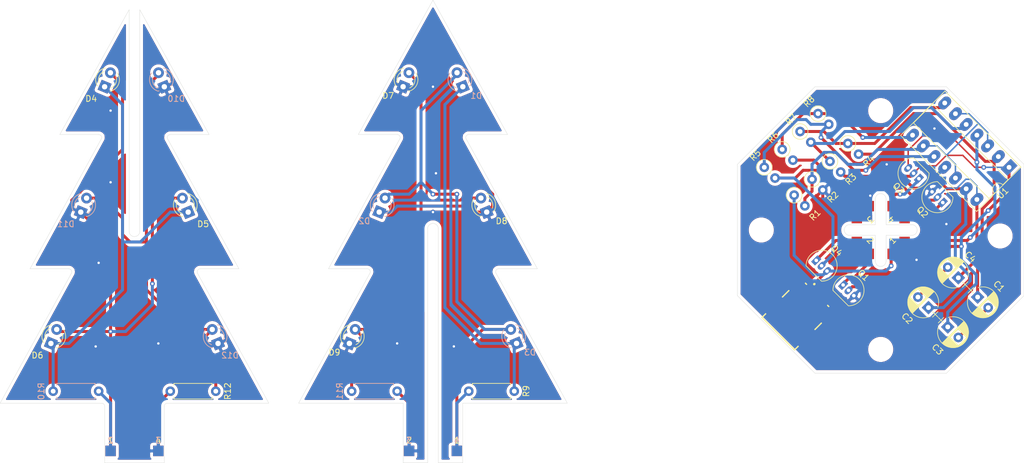
<source format=kicad_pcb>
(kicad_pcb (version 20171130) (host pcbnew "(5.1.8)-1")
  (layers (0 F.Cu signal) (31 B.Cu signal) (34 B.Paste user) (35 F.Paste user) (36 B.SilkS user) (37 F.SilkS user) (38 B.Mask user) (39 F.Mask user) (44 Edge.Cuts user))
  (net 0 "")
  (net 1 VCC)
  (net 2 GND)
  (net 3 string1gnd)
  (net 4 sring2vcc)
  (net 5 "Net-(D10-Pad2)")
  (net 6 "Net-(D4-Pad1)")
  (module pinpads:Pinpad1 (layer F.Cu) (at 96.000598 137.00328)
    (fp_text reference J13)
    (fp_text value Conn_01x01_Female)
    (pad 1 smd rect (at 0 0) (size 1.75 1.75) (layers F.Cu F.Paste F.Mask) (net 1 VCC))
  )
  (module pinpads:Pinpad1 (layer B.Cu) (at 96.000598 137.00328)
    (fp_text reference J1)
    (fp_text value Conn_01x01_Female)
    (pad 1 smd rect (at 0 0) (size 1.75 1.75) (layers B.Cu B.Paste B.Mask) (net 3 string1gnd))
  )
  (module pinpads:Pinpad1 (layer B.Cu) (at 104.000598 137.003281)
    (fp_text reference J7)
    (fp_text value Conn_01x01_Female)
    (pad 1 smd rect (at 0 0) (size 1.75 1.75) (layers B.Cu B.Paste B.Mask) (net 2 GND))
  )
  (module pinpads:Pinpad1 (layer F.Cu) (at 153.999401 136.996717)
    (fp_text reference J5)
    (fp_text value Conn_01x01_Female)
    (pad 1 smd rect (at 0 0) (size 1.75 1.75) (layers F.Cu F.Paste F.Mask))
  )
  (module Resistors_THT:R_Axial_DIN0207_L6.3mm_D2.5mm_P7.62mm_Horizontal (layer B.Cu) (at 143.9994 126.996717 180)
    (fp_text reference R11 (at 9.62 0 270) (layer B.SilkS) (effects (justify mirror)))
    (fp_text value R)
    (pad 1 thru_hole circle (at 0 0 180) (size 1.6 1.6) (drill 0.8) (layers *.Cu *.Mask))
    (pad 2 thru_hole oval (at 7.62 0 180) (size 1.6 1.6) (drill 0.8) (layers *.Cu *.Mask))
  )
  (module LEDs:LED_D3.0mm (layer B.Cu) (at 163.999402 118.996719 112.5)
    (fp_text reference D3 (at -2.249381 1.502224) (layer B.SilkS) (effects (justify mirror)))
    (fp_text value LED)
    (pad 2 thru_hole circle (at 2.54 0 112.5) (size 1.8 1.8) (drill 0.9) (layers *.Cu *.Mask))
    (pad 1 thru_hole rect (at 0 0 112.5) (size 1.8 1.8) (drill 0.9) (layers *.Cu *.Mask))
  )
  (module LEDs:LED_D3.0mm (layer B.Cu) (at 154.999401 75.996719 112.5)
    (fp_text reference D1 (at -2.249381 1.502224) (layer B.SilkS) (effects (justify mirror)))
    (fp_text value LED)
    (pad 2 thru_hole circle (at 2.54 0 112.5) (size 1.8 1.8) (drill 0.9) (layers *.Cu *.Mask))
    (pad 1 thru_hole rect (at 0 0 112.5) (size 1.8 1.8) (drill 0.9) (layers *.Cu *.Mask))
  )
  (module pinpads:Pinpad1 (layer F.Cu) (at 145.999401 136.996719)
    (fp_text reference J4)
    (fp_text value Conn_01x01_Female)
    (pad 1 smd rect (at 0 0) (size 1.75 1.75) (layers F.Cu F.Paste F.Mask))
  )
  (module LEDs:LED_D3.0mm (layer F.Cu) (at 144.999403 75.996718 67.5)
    (fp_text reference D7 (at -2.345332 -1.733866 180) (layer F.SilkS))
    (fp_text value LED)
    (pad 2 thru_hole circle (at 2.54 0 67.5) (size 1.8 1.8) (drill 0.9) (layers *.Cu *.Mask))
    (pad 1 thru_hole rect (at 0 0 67.5) (size 1.8 1.8) (drill 0.9) (layers *.Cu *.Mask))
  )
  (module LEDs:LED_D3.0mm (layer B.Cu) (at 140.999402 96.996718 67.5)
    (fp_text reference D2 (at -2.345331 -1.733865) (layer B.SilkS) (effects (justify mirror)))
    (fp_text value LED)
    (pad 2 thru_hole circle (at 2.54 0 67.5) (size 1.8 1.8) (drill 0.9) (layers *.Cu *.Mask))
    (pad 1 thru_hole rect (at 0 0 67.5) (size 1.8 1.8) (drill 0.9) (layers *.Cu *.Mask))
  )
  (module pinpads:Pinpad1 (layer B.Cu) (at 153.999401 136.996717)
    (fp_text reference J10)
    (fp_text value Conn_01x01_Female)
    (pad 1 smd rect (at 0 0) (size 1.75 1.75) (layers B.Cu B.Paste B.Mask))
  )
  (module pinpads:Pinpad1 (layer B.Cu) (at 145.999401 136.996719)
    (fp_text reference J15)
    (fp_text value Conn_01x01_Female)
    (pad 1 smd rect (at 0 0) (size 1.75 1.75) (layers B.Cu B.Paste B.Mask))
  )
  (module LEDs:LED_D3.0mm (layer F.Cu) (at 135.999403 118.996718 67.5)
    (fp_text reference D9 (at -2.345332 -1.733866 180) (layer F.SilkS))
    (fp_text value LED)
    (pad 2 thru_hole circle (at 2.54 0 67.5) (size 1.8 1.8) (drill 0.9) (layers *.Cu *.Mask))
    (pad 1 thru_hole rect (at 0 0 67.5) (size 1.8 1.8) (drill 0.9) (layers *.Cu *.Mask))
  )
  (module Resistors_THT:R_Axial_DIN0207_L6.3mm_D2.5mm_P7.62mm_Horizontal (layer F.Cu) (at 163.619402 126.996718 180)
    (fp_text reference R9 (at -2 0 270) (layer F.SilkS))
    (fp_text value R)
    (pad 1 thru_hole circle (at 0 0 180) (size 1.6 1.6) (drill 0.8) (layers *.Cu *.Mask))
    (pad 2 thru_hole oval (at 7.62 0 180) (size 1.6 1.6) (drill 0.8) (layers *.Cu *.Mask))
  )
  (module LEDs:LED_D3.0mm (layer F.Cu) (at 158.999403 96.996719 112.5)
    (fp_text reference D8 (at -2.345788 1.73497 180) (layer F.SilkS))
    (fp_text value LED)
    (pad 2 thru_hole circle (at 2.54 0 112.5) (size 1.8 1.8) (drill 0.9) (layers *.Cu *.Mask))
    (pad 1 thru_hole rect (at 0 0 112.5) (size 1.8 1.8) (drill 0.9) (layers *.Cu *.Mask))
  )
  (module Resistors_THT:R_Axial_DIN0207_L6.3mm_D2.5mm_P7.62mm_Horizontal (layer B.Cu) (at 86.380598 127.00328)
    (fp_text reference R10 (at -2 0 270) (layer B.SilkS) (effects (justify mirror)))
    (fp_text value R)
    (pad 1 thru_hole circle (at 0 0) (size 1.6 1.6) (drill 0.8) (layers *.Cu *.Mask) (net 6 "Net-(D4-Pad1)"))
    (pad 2 thru_hole oval (at 7.62 0) (size 1.6 1.6) (drill 0.8) (layers *.Cu *.Mask) (net 3 string1gnd))
  )
  (module LEDs:LED_D3.0mm (layer B.Cu) (at 114.000598 119.003282 112.5)
    (fp_text reference D12 (at -2.609865 1.083096) (layer B.SilkS) (effects (justify mirror)))
    (fp_text value LED)
    (pad 1 thru_hole rect (at 0 0 112.5) (size 1.8 1.8) (drill 0.9) (layers *.Cu *.Mask) (net 2 GND))
    (pad 2 thru_hole circle (at 2.54 0 112.5) (size 1.8 1.8) (drill 0.9) (layers *.Cu *.Mask) (net 5 "Net-(D10-Pad2)"))
  )
  (module LEDs:LED_D3.0mm (layer F.Cu) (at 109.000595 97.003282 112.5)
    (fp_text reference D5 (at -2.801208 1.545038 180) (layer F.SilkS))
    (fp_text value LED)
    (pad 1 thru_hole rect (at 0 0 112.5) (size 1.8 1.8) (drill 0.9) (layers *.Cu *.Mask) (net 6 "Net-(D4-Pad1)"))
    (pad 2 thru_hole circle (at 2.54 0 112.5) (size 1.8 1.8) (drill 0.9) (layers *.Cu *.Mask) (net 1 VCC))
  )
  (module LEDs:LED_D3.0mm (layer B.Cu) (at 91.000599 97.003282 67.5)
    (fp_text reference D11 (at -2.801665 -1.546141) (layer B.SilkS) (effects (justify mirror)))
    (fp_text value LED)
    (pad 1 thru_hole rect (at 0 0 67.5) (size 1.8 1.8) (drill 0.9) (layers *.Cu *.Mask) (net 2 GND))
    (pad 2 thru_hole circle (at 2.54 0 67.5) (size 1.8 1.8) (drill 0.9) (layers *.Cu *.Mask) (net 5 "Net-(D10-Pad2)"))
  )
  (module pinpads:Pinpad1 (layer F.Cu) (at 104.000598 137.003281)
    (fp_text reference J17)
    (fp_text value Conn_01x01_Female)
    (pad 1 smd rect (at 0 0) (size 1.75 1.75) (layers F.Cu F.Paste F.Mask) (net 4 sring2vcc))
  )
  (module LEDs:LED_D3.0mm (layer F.Cu) (at 95.000598 76.003282 67.5)
    (fp_text reference D4 (at -2.705258 -1.313394 180) (layer F.SilkS))
    (fp_text value LED)
    (pad 1 thru_hole rect (at 0 0 67.5) (size 1.8 1.8) (drill 0.9) (layers *.Cu *.Mask) (net 6 "Net-(D4-Pad1)"))
    (pad 2 thru_hole circle (at 2.54 0 67.5) (size 1.8 1.8) (drill 0.9) (layers *.Cu *.Mask) (net 1 VCC))
  )
  (module LEDs:LED_D3.0mm (layer F.Cu) (at 86.000599 119.003283 67.5)
    (fp_text reference D6 (at -2.705257 -1.313394) (layer F.SilkS))
    (fp_text value LED)
    (pad 1 thru_hole rect (at 0 0 67.5) (size 1.8 1.8) (drill 0.9) (layers *.Cu *.Mask) (net 6 "Net-(D4-Pad1)"))
    (pad 2 thru_hole circle (at 2.54 0 67.5) (size 1.8 1.8) (drill 0.9) (layers *.Cu *.Mask) (net 1 VCC))
  )
  (module LEDs:LED_D3.0mm (layer B.Cu) (at 105.000596 76.003282 112.5)
    (fp_text reference D10 (at -2.609866 1.083098) (layer B.SilkS) (effects (justify mirror)))
    (fp_text value LED)
    (pad 1 thru_hole rect (at 0 0 112.5) (size 1.8 1.8) (drill 0.9) (layers *.Cu *.Mask) (net 2 GND))
    (pad 2 thru_hole circle (at 2.54 0 112.5) (size 1.8 1.8) (drill 0.9) (layers *.Cu *.Mask) (net 5 "Net-(D10-Pad2)"))
  )
  (module Resistors_THT:R_Axial_DIN0207_L6.3mm_D2.5mm_P7.62mm_Horizontal (layer F.Cu) (at 106.000598 127.003281)
    (fp_text reference R12 (at 9.62 0 270) (layer F.SilkS))
    (fp_text value R)
    (pad 1 thru_hole circle (at 0 0) (size 1.6 1.6) (drill 0.8) (layers *.Cu *.Mask) (net 4 sring2vcc))
    (pad 2 thru_hole oval (at 7.62 0) (size 1.6 1.6) (drill 0.8) (layers *.Cu *.Mask) (net 5 "Net-(D10-Pad2)"))
  )
  (module Mounting_Holes:MountingHole_3.2mm_M3_DIN965 (layer F.Cu) (at 225 120)
    (fp_text reference H2)
    (fp_text value MountingHole)
    (pad 1 np_thru_hole circle (at 0 0) (size 3.2 3.2) (drill 3.2) (layers *.Cu *.Mask))
  )
  (module pinpads:Pinpad1 (layer F.Cu) (at 227 104)
    (fp_text reference J12)
    (fp_text value Conn_01x01_Female)
    (pad 1 smd rect (at 0 0) (size 1.75 1.75) (layers F.Cu F.Paste F.Mask))
  )
  (module Resistors_THT:R_Axial_DIN0207_L6.3mm_D2.5mm_P2.54mm_Vertical (layer F.Cu) (at 205.5 89.5 315)
    (fp_text reference R5 (at -2.474874 -0.353553 225) (layer F.SilkS))
    (fp_text value 100k)
    (pad 1 thru_hole circle (at 0 0 315) (size 1.6 1.6) (drill 0.8) (layers *.Cu *.Mask))
    (pad 2 thru_hole oval (at 2.54 0 315) (size 1.6 1.6) (drill 0.8) (layers *.Cu *.Mask))
  )
  (module pinpads:Pinpad1 (layer F.Cu) (at 229 98)
    (fp_text reference J2)
    (fp_text value Conn_01x01_Female)
    (pad 1 smd rect (at 0 0) (size 1.75 1.75) (layers F.Cu F.Paste F.Mask))
  )
  (module pinpads:Pinpad1 (layer F.Cu) (at 223 104)
    (fp_text reference J11)
    (fp_text value Conn_01x01_Female)
    (pad 1 smd rect (at 0 0) (size 1.75 1.75) (layers F.Cu F.Paste F.Mask))
  )
  (module pinpads:Pinpad1 (layer F.Cu) (at 221 102)
    (fp_text reference J16)
    (fp_text value Conn_01x01_Female)
    (pad 1 smd rect (at 0 0) (size 1.75 1.75) (layers F.Cu F.Paste F.Mask))
  )
  (module pinpads:Pinpad1 (layer F.Cu) (at 227 96)
    (fp_text reference J3)
    (fp_text value Conn_01x01_Female)
    (pad 1 smd rect (at 0 0) (size 1.75 1.75) (layers F.Cu F.Paste F.Mask))
  )
  (module pinpads:Pinpad1 (layer F.Cu) (at 223 96)
    (fp_text reference J8)
    (fp_text value Conn_01x01_Female)
    (pad 1 smd rect (at 0 0) (size 1.75 1.75) (layers F.Cu F.Paste F.Mask))
  )
  (module Capacitors_THT:CP_Radial_D5.0mm_P2.50mm (layer F.Cu) (at 232.999999 112.999999 135)
    (fp_text reference C2 (at 1.25 -3.81 135) (layer F.SilkS))
    (fp_text value 10u)
    (pad 2 thru_hole circle (at 2.5 0 135) (size 1.6 1.6) (drill 0.8) (layers *.Cu *.Mask))
    (pad 1 thru_hole rect (at 0 0 135) (size 1.6 1.6) (drill 0.8) (layers *.Cu *.Mask))
  )
  (module Capacitors_THT:CP_Radial_D5.0mm_P2.50mm (layer F.Cu) (at 238 108.000001 135)
    (fp_text reference C4 (at 1.060661 3.889088 135) (layer F.SilkS))
    (fp_text value 10u)
    (pad 2 thru_hole circle (at 2.5 0 135) (size 1.6 1.6) (drill 0.8) (layers *.Cu *.Mask))
    (pad 1 thru_hole rect (at 0 0 135) (size 1.6 1.6) (drill 0.8) (layers *.Cu *.Mask))
  )
  (module Resistors_THT:R_Axial_DIN0207_L6.3mm_D2.5mm_P2.54mm_Vertical (layer F.Cu) (at 214.5 80.5 315)
    (fp_text reference R8 (at -2.474874 -0.353553 225) (layer F.SilkS))
    (fp_text value 100k)
    (pad 1 thru_hole circle (at 0 0 315) (size 1.6 1.6) (drill 0.8) (layers *.Cu *.Mask))
    (pad 2 thru_hole oval (at 2.54 0 315) (size 1.6 1.6) (drill 0.8) (layers *.Cu *.Mask))
  )
  (module Resistors_THT:R_Axial_DIN0207_L6.3mm_D2.5mm_P2.54mm_Vertical (layer F.Cu) (at 219.5 85.5 315)
    (fp_text reference R4 (at 4.596194 -0.353553 225) (layer F.SilkS))
    (fp_text value 1M)
    (pad 1 thru_hole circle (at 0 0 315) (size 1.6 1.6) (drill 0.8) (layers *.Cu *.Mask))
    (pad 2 thru_hole oval (at 2.54 0 315) (size 1.6 1.6) (drill 0.8) (layers *.Cu *.Mask))
  )
  (module Housings_DIP:DIP-14_W7.62mm_Socket_LongPads (layer F.Cu) (at 246.5 89.5 225)
    (fp_text reference U1 (at 3.81 -2.33 45) (layer F.SilkS))
    (fp_text value LM324)
    (pad 14 thru_hole oval (at 7.62 0 225) (size 2.4 1.6) (drill 0.8) (layers *.Cu *.Mask))
    (pad 7 thru_hole oval (at 0 15.24 225) (size 2.4 1.6) (drill 0.8) (layers *.Cu *.Mask))
    (pad 13 thru_hole oval (at 7.62 2.54 225) (size 2.4 1.6) (drill 0.8) (layers *.Cu *.Mask))
    (pad 6 thru_hole oval (at 0 12.7 225) (size 2.4 1.6) (drill 0.8) (layers *.Cu *.Mask))
    (pad 12 thru_hole oval (at 7.62 5.08 225) (size 2.4 1.6) (drill 0.8) (layers *.Cu *.Mask))
    (pad 5 thru_hole oval (at 0 10.16 225) (size 2.4 1.6) (drill 0.8) (layers *.Cu *.Mask))
    (pad 11 thru_hole oval (at 7.62 7.62 225) (size 2.4 1.6) (drill 0.8) (layers *.Cu *.Mask))
    (pad 4 thru_hole oval (at 0 7.62 225) (size 2.4 1.6) (drill 0.8) (layers *.Cu *.Mask))
    (pad 10 thru_hole oval (at 7.62 10.16 225) (size 2.4 1.6) (drill 0.8) (layers *.Cu *.Mask))
    (pad 3 thru_hole oval (at 0 5.08 225) (size 2.4 1.6) (drill 0.8) (layers *.Cu *.Mask))
    (pad 9 thru_hole oval (at 7.62 12.7 225) (size 2.4 1.6) (drill 0.8) (layers *.Cu *.Mask))
    (pad 2 thru_hole oval (at 0 2.54 225) (size 2.4 1.6) (drill 0.8) (layers *.Cu *.Mask))
    (pad 8 thru_hole oval (at 7.62 15.24 225) (size 2.4 1.6) (drill 0.8) (layers *.Cu *.Mask))
    (pad 1 thru_hole rect (at 0 0 225) (size 2.4 1.6) (drill 0.8) (layers *.Cu *.Mask))
  )
  (module Resistors_THT:R_Axial_DIN0207_L6.3mm_D2.5mm_P2.54mm_Vertical (layer F.Cu) (at 208.5 86.5 315)
    (fp_text reference R6 (at -2.474874 -0.353553 225) (layer F.SilkS))
    (fp_text value 1M)
    (pad 1 thru_hole circle (at 0 0 315) (size 1.6 1.6) (drill 0.8) (layers *.Cu *.Mask))
    (pad 2 thru_hole oval (at 2.54 0 315) (size 1.6 1.6) (drill 0.8) (layers *.Cu *.Mask))
  )
  (module Resistors_THT:R_Axial_DIN0207_L6.3mm_D2.5mm_P2.54mm_Vertical (layer F.Cu) (at 211.5 83.5 315)
    (fp_text reference R7 (at -2.474874 -0.353553 225) (layer F.SilkS))
    (fp_text value 100k)
    (pad 1 thru_hole circle (at 0 0 315) (size 1.6 1.6) (drill 0.8) (layers *.Cu *.Mask))
    (pad 2 thru_hole oval (at 2.54 0 315) (size 1.6 1.6) (drill 0.8) (layers *.Cu *.Mask))
  )
  (module Resistors_THT:R_Axial_DIN0207_L6.3mm_D2.5mm_P2.54mm_Vertical (layer F.Cu) (at 216.5 88.5 315)
    (fp_text reference R3 (at 4.596194 -0.353553 225) (layer F.SilkS))
    (fp_text value 100k)
    (pad 1 thru_hole circle (at 0 0 315) (size 1.6 1.6) (drill 0.8) (layers *.Cu *.Mask))
    (pad 2 thru_hole oval (at 2.54 0 315) (size 1.6 1.6) (drill 0.8) (layers *.Cu *.Mask))
  )
  (module pinpads:Pinpad1 (layer F.Cu) (at 221 98)
    (fp_text reference J14)
    (fp_text value Conn_01x01_Female)
    (pad 1 smd rect (at 0 0) (size 1.75 1.75) (layers F.Cu F.Paste F.Mask))
  )
  (module pinpads:Pinpad1 (layer F.Cu) (at 229 102)
    (fp_text reference J6)
    (fp_text value Conn_01x01_Female)
    (pad 1 smd rect (at 0 0) (size 1.75 1.75) (layers F.Cu F.Paste F.Mask))
  )
  (module TO_SOT_Packages_THT:TO-92_Inline_Narrow_Oval (layer F.Cu) (at 214.203949 105.083949 315)
    (fp_text reference Q4 (at 1.27 -3.56 135) (layer F.SilkS))
    (fp_text value 2N3904)
    (pad 1 thru_hole rect (at 0 0 135) (size 0.9 1.5) (drill 0.6) (layers *.Cu *.Mask))
    (pad 3 thru_hole oval (at 2.54 0 135) (size 0.9 1.5) (drill 0.6) (layers *.Cu *.Mask))
    (pad 2 thru_hole oval (at 1.27 0 135) (size 0.9 1.5) (drill 0.6) (layers *.Cu *.Mask))
  )
  (module SamacSys_Parts:USB206605RBHM15STB0000A (layer F.Cu) (at 209.853375 115.353375 315)
    (fp_text reference J9)
    (fp_text value USB2066-05-RBHM-15-STB-00-00-A hide)
    (pad 1 smd rect (at -1.6 -5.6 315) (size 0.5 2.3) (layers F.Cu F.Paste F.Mask))
    (pad 2 smd rect (at -0.8 -5.6 315) (size 0.5 2.3) (layers F.Cu F.Paste F.Mask))
    (pad 3 smd rect (at 0 -5.6 315) (size 0.5 2.3) (layers F.Cu F.Paste F.Mask))
    (pad 4 smd rect (at 0.8 -5.6 315) (size 0.5 2.3) (layers F.Cu F.Paste F.Mask))
    (pad 5 smd rect (at 1.6 -5.6 315) (size 0.5 2.3) (layers F.Cu F.Paste F.Mask))
    (pad MP1 smd rect (at -4.45 -5.5 315) (size 2 2.5) (layers F.Cu F.Paste F.Mask))
    (pad MP2 smd rect (at 4.45 -5.5 315) (size 2 2.5) (layers F.Cu F.Paste F.Mask))
    (pad MP3 smd rect (at 4.45 0 315) (size 2 2.5) (layers F.Cu F.Paste F.Mask))
    (pad MP4 smd rect (at -4.45 0 315) (size 2 2.5) (layers F.Cu F.Paste F.Mask))
  )
  (module Mounting_Holes:MountingHole_3.2mm_M3_DIN965 (layer F.Cu) (at 225 80)
    (fp_text reference H3)
    (fp_text value MountingHole)
    (pad 1 np_thru_hole circle (at 0 0) (size 3.2 3.2) (drill 3.2) (layers *.Cu *.Mask))
  )
  (module TO_SOT_Packages_THT:TO-92_Inline_Narrow_Oval (layer F.Cu) (at 235.398026 95.398026 135)
    (fp_text reference Q2 (at 1.27 -3.56 135) (layer F.SilkS))
    (fp_text value 2N3906)
    (pad 1 thru_hole rect (at 0 0 315) (size 0.9 1.5) (drill 0.6) (layers *.Cu *.Mask))
    (pad 3 thru_hole oval (at 2.54 0 315) (size 0.9 1.5) (drill 0.6) (layers *.Cu *.Mask))
    (pad 2 thru_hole oval (at 1.27 0 315) (size 0.9 1.5) (drill 0.6) (layers *.Cu *.Mask))
  )
  (module TO_SOT_Packages_THT:TO-92_Inline_Narrow_Oval (layer F.Cu) (at 218.703949 109.203949 315)
    (fp_text reference Q1 (at 1.27 -3.56 135) (layer F.SilkS))
    (fp_text value 2N3906)
    (pad 1 thru_hole rect (at 0 0 135) (size 0.9 1.5) (drill 0.6) (layers *.Cu *.Mask))
    (pad 3 thru_hole oval (at 2.54 0 135) (size 0.9 1.5) (drill 0.6) (layers *.Cu *.Mask))
    (pad 2 thru_hole oval (at 1.27 0 135) (size 0.9 1.5) (drill 0.6) (layers *.Cu *.Mask))
  )
  (module Capacitors_THT:CP_Radial_D5.0mm_P2.50mm (layer F.Cu) (at 241.232233 111.232234 315)
    (fp_text reference C1 (at 1.25 -3.81 135) (layer F.SilkS))
    (fp_text value 10u)
    (pad 2 thru_hole circle (at 2.5 0 315) (size 1.6 1.6) (drill 0.8) (layers *.Cu *.Mask))
    (pad 1 thru_hole rect (at 0 0 315) (size 1.6 1.6) (drill 0.8) (layers *.Cu *.Mask))
  )
  (module Resistors_THT:R_Axial_DIN0207_L6.3mm_D2.5mm_P2.54mm_Vertical (layer F.Cu) (at 210.5 94.156854 315)
    (fp_text reference R1 (at 4.838835 -0.110913 225) (layer F.SilkS))
    (fp_text value 47k)
    (pad 1 thru_hole circle (at 0 0 315) (size 1.6 1.6) (drill 0.8) (layers *.Cu *.Mask))
    (pad 2 thru_hole oval (at 2.54 0 315) (size 1.6 1.6) (drill 0.8) (layers *.Cu *.Mask))
  )
  (module Resistors_THT:R_Axial_DIN0207_L6.3mm_D2.5mm_P2.54mm_Vertical (layer F.Cu) (at 213.5 91.5 315)
    (fp_text reference R2 (at 4.596194 -0.353553 225) (layer F.SilkS))
    (fp_text value 47k)
    (pad 1 thru_hole circle (at 0 0 315) (size 1.6 1.6) (drill 0.8) (layers *.Cu *.Mask))
    (pad 2 thru_hole oval (at 2.54 0 315) (size 1.6 1.6) (drill 0.8) (layers *.Cu *.Mask))
  )
  (module Capacitors_THT:CP_Radial_D5.0mm_P2.50mm (layer F.Cu) (at 236.232232 116.232232 315)
    (fp_text reference C3 (at 1.439341 3.889087 135) (layer F.SilkS))
    (fp_text value 10u)
    (pad 2 thru_hole circle (at 2.5 0 315) (size 1.6 1.6) (drill 0.8) (layers *.Cu *.Mask))
    (pad 1 thru_hole rect (at 0 0 315) (size 1.6 1.6) (drill 0.8) (layers *.Cu *.Mask))
  )
  (module TO_SOT_Packages_THT:TO-92_Inline_Narrow_Oval (layer F.Cu) (at 231.398026 91.398026 135)
    (fp_text reference Q3 (at 1.27 -3.56 135) (layer F.SilkS))
    (fp_text value 2N3904)
    (pad 1 thru_hole rect (at 0 0 315) (size 0.9 1.5) (drill 0.6) (layers *.Cu *.Mask))
    (pad 3 thru_hole oval (at 2.54 0 315) (size 0.9 1.5) (drill 0.6) (layers *.Cu *.Mask))
    (pad 2 thru_hole oval (at 1.27 0 315) (size 0.9 1.5) (drill 0.6) (layers *.Cu *.Mask))
  )
  (module Mounting_Holes:MountingHole_3.2mm_M3_DIN965 (layer F.Cu) (at 205 100)
    (fp_text reference H4)
    (fp_text value MountingHole)
    (pad 1 np_thru_hole circle (at 0 0) (size 3.2 3.2) (drill 3.2) (layers *.Cu *.Mask))
  )
  (module Mounting_Holes:MountingHole_3.2mm_M3_DIN965 (layer F.Cu) (at 245 101)
    (fp_text reference H1)
    (fp_text value MountingHole)
    (pad 1 np_thru_hole circle (at 0 0) (size 3.2 3.2) (drill 3.2) (layers *.Cu *.Mask))
  )
  (gr_text 2 (at 145.999402 135.246718) (layer F.SilkS) (effects (font (size 1 1))))
  (gr_line (start 172.499403 128.996718) (end 160.583376 107.274066) (layer Edge.Cuts) (width 0.05))
  (gr_line (start 144.999401 128.996719) (end 144.999404 138.996718) (layer Edge.Cuts) (width 0.05))
  (gr_arc (start 160.999402 106.996718) (end 160.999401 106.496719) (angle -123.6900675) (layer Edge.Cuts) (width 0.05))
  (gr_line (start 149.999402 61.496719) (end 137.499402 83.996719) (layer Edge.Cuts) (width 0.05))
  (gr_line (start 160.999401 106.496719) (end 167.499402 106.496719) (layer Edge.Cuts) (width 0.05))
  (gr_line (start 167.499402 106.496719) (end 155.58338 84.774068) (layer Edge.Cuts) (width 0.05))
  (gr_line (start 144.446616 84.720323) (end 132.499401 106.496719) (layer Edge.Cuts) (width 0.05))
  (gr_line (start 155.999403 83.996716) (end 162.499401 83.996719) (layer Edge.Cuts) (width 0.05))
  (gr_arc (start 155.999403 84.496717) (end 155.999403 83.996716) (angle -123.6900675) (layer Edge.Cuts) (width 0.05))
  (gr_line (start 149.099401 99.796717) (end 149.099402 138.996718) (layer Edge.Cuts) (width 0.05))
  (gr_line (start 154.999404 128.996722) (end 172.499403 128.996718) (layer Edge.Cuts) (width 0.05))
  (gr_line (start 162.499401 83.996719) (end 149.999402 61.496719) (layer Edge.Cuts) (width 0.05))
  (gr_line (start 150.899403 138.996718) (end 154.999403 138.99672) (layer Edge.Cuts) (width 0.05))
  (gr_arc (start 143.999401 84.496717) (end 144.446616 84.720323) (angle -116.5650512) (layer Edge.Cuts) (width 0.05))
  (gr_line (start 139.446616 107.220325) (end 127.499403 128.996719) (layer Edge.Cuts) (width 0.05))
  (gr_line (start 127.499403 128.996719) (end 144.999401 128.996719) (layer Edge.Cuts) (width 0.05))
  (gr_arc (start 149.999401 99.796717) (end 150.899399 99.796717) (angle -180) (layer Edge.Cuts) (width 0.05))
  (gr_line (start 132.499401 106.496719) (end 138.999403 106.496717) (layer Edge.Cuts) (width 0.05))
  (gr_line (start 154.999403 138.99672) (end 154.999404 128.996722) (layer Edge.Cuts) (width 0.05))
  (gr_line (start 150.899399 99.796717) (end 150.899403 138.996718) (layer Edge.Cuts) (width 0.05))
  (gr_arc (start 138.999402 106.996719) (end 139.446616 107.220325) (angle -116.5650512) (layer Edge.Cuts) (width 0.05))
  (gr_line (start 144.999404 138.996718) (end 149.099402 138.996718) (layer Edge.Cuts) (width 0.05))
  (gr_line (start 137.499402 83.996719) (end 143.999401 83.996719) (layer Edge.Cuts) (width 0.05))
  (gr_text 4 (at 153.999403 135.246719) (layer B.SilkS) (effects (font (size 1 1)) (justify mirror)))
  (gr_line (start 105.500599 129.003283) (end 122.500598 129.003281) (layer Edge.Cuts) (width 0.05))
  (gr_line (start 122.500598 129.003281) (end 110.584573 107.280631) (layer Edge.Cuts) (width 0.05))
  (gr_line (start 99.100597 100.203282) (end 99.100598 63.103283) (layer Edge.Cuts) (width 0.05))
  (gr_line (start 77.500599 129.003282) (end 94.500598 129.003282) (layer Edge.Cuts) (width 0.05))
  (gr_line (start 87.500598 84.003282) (end 94.000598 84.003282) (layer Edge.Cuts) (width 0.05))
  (gr_arc (start 94.000597 84.50328) (end 94.447811 84.726888) (angle -116.5650512) (layer Edge.Cuts) (width 0.05))
  (gr_line (start 94.447811 84.726888) (end 82.500599 106.503281) (layer Edge.Cuts) (width 0.05))
  (gr_line (start 100.900599 100.203285) (end 100.900598 63.103282) (layer Edge.Cuts) (width 0.05))
  (gr_arc (start 89.000597 107.003281) (end 89.447814 107.226885) (angle -116.5650512) (layer Edge.Cuts) (width 0.05))
  (gr_line (start 95.000597 139.003282) (end 105.000599 139.00328) (layer Edge.Cuts) (width 0.05))
  (gr_arc (start 94.500598 129.503282) (end 95.000596 129.50328) (angle -90) (layer Edge.Cuts) (width 0.05))
  (gr_line (start 111.0006 106.503282) (end 117.500597 106.503283) (layer Edge.Cuts) (width 0.05))
  (gr_arc (start 106.000597 84.503282) (end 106.000598 84.003281) (angle -123.6900675) (layer Edge.Cuts) (width 0.05))
  (gr_arc (start 100.000597 100.20328) (end 99.100597 100.203282) (angle -180) (layer Edge.Cuts) (width 0.05))
  (gr_arc (start 111.000597 107.003281) (end 111.0006 106.503282) (angle -123.6900675) (layer Edge.Cuts) (width 0.05))
  (gr_line (start 105.000599 139.00328) (end 105.000598 129.503282) (layer Edge.Cuts) (width 0.05))
  (gr_line (start 89.447814 107.226885) (end 77.500599 129.003282) (layer Edge.Cuts) (width 0.05))
  (gr_line (start 95.000596 129.50328) (end 95.000597 139.003282) (layer Edge.Cuts) (width 0.05))
  (gr_line (start 106.000598 84.003281) (end 112.5006 84.003281) (layer Edge.Cuts) (width 0.05))
  (gr_line (start 82.500599 106.503281) (end 89.000598 106.503282) (layer Edge.Cuts) (width 0.05))
  (gr_line (start 99.100598 63.103283) (end 87.500598 84.003282) (layer Edge.Cuts) (width 0.05))
  (gr_line (start 112.5006 84.003281) (end 100.900598 63.103282) (layer Edge.Cuts) (width 0.05))
  (gr_line (start 117.500597 106.503283) (end 105.584572 84.780633) (layer Edge.Cuts) (width 0.05))
  (gr_arc (start 105.500598 129.50328) (end 105.500599 129.003283) (angle -90) (layer Edge.Cuts) (width 0.05))
  (gr_text 3 (at 104.000598 135.253281) (layer B.SilkS) (effects (font (size 1 1)) (justify mirror)))
  (gr_text 2 (at 96.000599 135.253281) (layer B.SilkS) (effects (font (size 1 1)) (justify mirror)))
  (gr_text 1 (at 96.000599 135.253281) (layer F.SilkS) (effects (font (size 1 1))))
  (gr_text 4 (at 104.000598 135.253281) (layer F.SilkS) (effects (font (size 1 1))))
  (gr_text 3 (at 145.999402 135.246718) (layer B.SilkS) (effects (font (size 1 1)) (justify mirror)))
  (gr_text 1 (at 153.999403 135.246719) (layer F.SilkS) (effects (font (size 1 1))))
  (gr_line (start 225.9 99.1) (end 230.2 99.1) (layer Edge.Cuts) (width 0.05))
  (gr_line (start 230.2 100.9) (end 225.9 100.9) (layer Edge.Cuts) (width 0.05))
  (gr_arc (start 225 105.200001) (end 224.1 105.200001) (angle -180) (layer Edge.Cuts) (width 0.05))
  (gr_line (start 225 76) (end 236 76) (layer Edge.Cuts) (width 0.05))
  (gr_line (start 201 111) (end 201 89) (layer Edge.Cuts) (width 0.05))
  (gr_line (start 214 76) (end 225 76) (layer Edge.Cuts) (width 0.05))
  (gr_line (start 224.1 105.2) (end 224.1 100.9) (layer Edge.Cuts) (width 0.05))
  (gr_line (start 219.8 99.1) (end 224.1 99.1) (layer Edge.Cuts) (width 0.05))
  (gr_line (start 225.9 94.8) (end 225.9 99.1) (layer Edge.Cuts) (width 0.05))
  (gr_arc (start 219.799999 100) (end 219.799999 99.1) (angle -180) (layer Edge.Cuts) (width 0.05))
  (gr_line (start 236 76) (end 249 89) (layer Edge.Cuts) (width 0.05))
  (gr_line (start 224.1 99.1) (end 224.1 94.8) (layer Edge.Cuts) (width 0.05))
  (gr_line (start 201 89) (end 214 76) (layer Edge.Cuts) (width 0.05))
  (gr_line (start 236 124) (end 214 124) (layer Edge.Cuts) (width 0.05))
  (gr_line (start 225.9 100.9) (end 225.9 105.2) (layer Edge.Cuts) (width 0.05))
  (gr_line (start 249 111) (end 236 124) (layer Edge.Cuts) (width 0.05))
  (gr_arc (start 230.200001 100) (end 230.200001 100.9) (angle -180) (layer Edge.Cuts) (width 0.05))
  (gr_line (start 214 124) (end 201 111) (layer Edge.Cuts) (width 0.05))
  (gr_line (start 249 89) (end 249 111) (layer Edge.Cuts) (width 0.05))
  (gr_arc (start 225 94.8) (end 225.9 94.8) (angle -180) (layer Edge.Cuts) (width 0.05))
  (gr_line (start 224.1 100.9) (end 219.8 100.9) (layer Edge.Cuts) (width 0.05))
  (gr_text 1 (at 227 101.75 45) (layer F.SilkS) (effects (font (size 1 1))))
  (gr_text 3 (at 223.25 98.25 225) (layer F.SilkS) (effects (font (size 1 1))))
  (gr_text 4 (at 226.75 98.25 135) (layer F.SilkS) (effects (font (size 1 1))))
  (gr_text 2 (at 223.25 101.75 315) (layer F.SilkS) (effects (font (size 1 1))))
  (segment (start 236 93) (end 237.75 93) (width 0.25) (layer B.Cu) (net 0))
  (segment (start 229.601975 86.648025) (end 232 84.25) (width 0.25) (layer F.Cu) (net 0))
  (segment (start 235.398026 95.398026) (end 235.351974 95.398026) (width 0.5) (layer F.Cu) (net 0))
  (segment (start 243.907898 88.5) (end 244.703949 87.703949) (width 0.5) (layer F.Cu) (net 0))
  (segment (start 214.5 90) (end 217.5 93) (width 0.5) (layer F.Cu) (net 0))
  (segment (start 231 95) (end 234 95) (width 0.5) (layer F.Cu) (net 0))
  (segment (start 222 89) (end 224.5 86.5) (width 0.5) (layer B.Cu) (net 0))
  (segment (start 210.5 104.25) (end 213.75 107.5) (width 0.5) (layer B.Cu) (net 0))
  (segment (start 234.25 89.25) (end 231.75 89.25) (width 0.25) (layer F.Cu) (net 0))
  (segment (start 230 91) (end 230.5 90.5) (width 0.5) (layer F.Cu) (net 0))
  (segment (start 217 104.08395) (end 215.101975 105.981975) (width 0.5) (layer B.Cu) (net 0))
  (segment (start 228.25 94) (end 227.5 94) (width 0.5) (layer F.Cu) (net 0))
  (segment (start 238 108.000001) (end 238 108) (width 0.5) (layer F.Cu) (net 0))
  (segment (start 217.5 93) (end 229 93) (width 0.5) (layer F.Cu) (net 0))
  (segment (start 207.296051 91.296051) (end 210.703949 91.296051) (width 0.5) (layer F.Cu) (net 0))
  (segment (start 237.75 93) (end 239.25 91.5) (width 0.25) (layer B.Cu) (net 0))
  (segment (start 229 93) (end 231 95) (width 0.5) (layer F.Cu) (net 0))
  (segment (start 234 95) (end 234.5 94.5) (width 0.5) (layer F.Cu) (net 0))
  (segment (start 240 101.25) (end 244.125 97.125) (width 0.5) (layer B.Cu) (net 0))
  (segment (start 241.232233 111.232234) (end 241.232233 106.267767) (width 0.5) (layer F.Cu) (net 0))
  (segment (start 213.75 107.5) (end 215.38 107.5) (width 0.5) (layer B.Cu) (net 0))
  (segment (start 219.648025 110.101975) (end 220.25 109.5) (width 0.5) (layer F.Cu) (net 0))
  (segment (start 217 97.75) (end 217 104.08395) (width 0.5) (layer B.Cu) (net 0))
  (segment (start 210.703949 91.296051) (end 212 90) (width 0.5) (layer F.Cu) (net 0))
  (segment (start 240 91.5) (end 241.111846 92.611846) (width 0.25) (layer B.Cu) (net 0))
  (segment (start 207.296051 91.296051) (end 210.546051 91.296051) (width 0.5) (layer B.Cu) (net 0))
  (segment (start 215.38 107.5) (end 216 106.88) (width 0.5) (layer B.Cu) (net 0))
  (segment (start 226.75 104) (end 226.75 102.5) (width 0.5) (layer F.Cu) (net 0))
  (segment (start 241.111846 104.888154) (end 241.111846 94.888154) (width 0.5) (layer F.Cu) (net 0))
  (segment (start 212 90) (end 214.5 90) (width 0.5) (layer F.Cu) (net 0))
  (segment (start 239.25 91.5) (end 240 91.5) (width 0.25) (layer B.Cu) (net 0))
  (segment (start 223.25 105.25) (end 223.25 104) (width 0.5) (layer F.Cu) (net 0))
  (segment (start 238 108) (end 241.111846 104.888154) (width 0.5) (layer F.Cu) (net 0))
  (segment (start 242 96.5) (end 244 94.5) (width 0.5) (layer F.Cu) (net 0))
  (segment (start 241.111846 92.611846) (end 241.111846 94.888154) (width 0.25) (layer B.Cu) (net 0))
  (segment (start 241.111846 89.861846) (end 244.125 92.875) (width 0.5) (layer B.Cu) (net 0))
  (segment (start 234.5 80.5) (end 242.5 88.5) (width 0.5) (layer F.Cu) (net 0))
  (segment (start 229.601975 89.601975) (end 229.601975 86.648025) (width 0.25) (layer F.Cu) (net 0))
  (segment (start 215.5 83.5) (end 217.5 85.5) (width 0.5) (layer F.Cu) (net 0))
  (segment (start 232 84.25) (end 236.723692 84.25) (width 0.25) (layer F.Cu) (net 0))
  (segment (start 218.703949 109.046051) (end 219.75 108) (width 0.5) (layer F.Cu) (net 0))
  (segment (start 236 87.5) (end 234.25 89.25) (width 0.25) (layer F.Cu) (net 0))
  (segment (start 210.546051 91.296051) (end 217 97.75) (width 0.5) (layer B.Cu) (net 0))
  (segment (start 210.5 94.156854) (end 210.5 104.25) (width 0.5) (layer B.Cu) (net 0))
  (segment (start 243 96.75) (end 246.5 93.25) (width 0.5) (layer F.Cu) (net 0))
  (segment (start 214.975052 112.524948) (end 216.5 111) (width 0.5) (layer F.Cu) (net 0))
  (segment (start 219 91) (end 230 91) (width 0.5) (layer F.Cu) (net 0))
  (segment (start 214.944544 112.524948) (end 214.975052 112.524948) (width 0.5) (layer F.Cu) (net 0))
  (segment (start 225.75 93.25) (end 224.25 93.25) (width 0.5) (layer B.Cu) (net 0))
  (segment (start 222 84.5) (end 218 80.5) (width 0.5) (layer F.Cu) (net 0))
  (segment (start 220.25 109.5) (end 230 109.5) (width 0.5) (layer F.Cu) (net 0))
  (segment (start 226.75 102.5) (end 227.5 101.75) (width 0.5) (layer F.Cu) (net 0))
  (segment (start 234.5 94.5) (end 236 93) (width 0.25) (layer B.Cu) (net 0))
  (segment (start 218 98.25) (end 221 98.25) (width 0.5) (layer F.Cu) (net 0))
  (segment (start 243 96.75) (end 238.5 101.25) (width 0.5) (layer B.Cu) (net 0))
  (segment (start 221 98.25) (end 222.5 98.25) (width 0.5) (layer F.Cu) (net 0))
  (segment (start 226.75 106) (end 226.75 104) (width 0.5) (layer F.Cu) (net 0))
  (segment (start 241.111846 84.111846) (end 241.111846 88.638154) (width 0.5) (layer B.Cu) (net 0))
  (segment (start 208 109.5) (end 208 108.25) (width 0.5) (layer F.Cu) (net 0))
  (segment (start 215.296051 95.546051) (end 218 98.25) (width 0.5) (layer F.Cu) (net 0))
  (segment (start 244.125 92.875) (end 244.125 97.125) (width 0.5) (layer B.Cu) (net 0))
  (segment (start 230 109.5) (end 236.75 102.75) (width 0.5) (layer F.Cu) (net 0))
  (segment (start 238.5 105) (end 241 107.5) (width 0.5) (layer B.Cu) (net 0))
  (segment (start 242.25 89.5) (end 246.5 89.5) (width 0.25) (layer B.Cu) (net 0))
  (segment (start 218.296051 90.296051) (end 219 91) (width 0.5) (layer F.Cu) (net 0))
  (segment (start 241 107.5) (end 241 109) (width 0.5) (layer B.Cu) (net 0))
  (segment (start 240.75 89.5) (end 238.75 87.5) (width 0.25) (layer F.Cu) (net 0))
  (segment (start 242.25 89.5) (end 240.75 89.5) (width 0.25) (layer F.Cu) (net 0))
  (segment (start 216 106.88) (end 225.87 106.88) (width 0.5) (layer B.Cu) (net 0))
  (segment (start 215.296051 93.296051) (end 215.296051 95.546051) (width 0.5) (layer F.Cu) (net 0))
  (segment (start 236.75 102.75) (end 238.5 102.75) (width 0.5) (layer F.Cu) (net 0))
  (segment (start 236.723692 84.25) (end 241.111846 88.638154) (width 0.25) (layer F.Cu) (net 0))
  (segment (start 241 109) (end 236.232232 113.767768) (width 0.5) (layer B.Cu) (net 0))
  (segment (start 246.5 93.25) (end 246.5 89.5) (width 0.5) (layer F.Cu) (net 0))
  (segment (start 225.87 106.88) (end 226.75 106) (width 0.5) (layer B.Cu) (net 0))
  (segment (start 231.75 89.25) (end 230.5 90.5) (width 0.25) (layer F.Cu) (net 0))
  (segment (start 238.5 101.25) (end 238.5 102.75) (width 0.5) (layer B.Cu) (net 0))
  (segment (start 241.111846 88.638154) (end 241.111846 89.861846) (width 0.5) (layer B.Cu) (net 0))
  (segment (start 238.75 87.5) (end 236 87.5) (width 0.25) (layer F.Cu) (net 0))
  (segment (start 219.601975 110.101975) (end 219.648025 110.101975) (width 0.5) (layer F.Cu) (net 0))
  (segment (start 219.5 112) (end 220.5 111) (width 0.5) (layer F.Cu) (net 0))
  (segment (start 229.947385 84.5) (end 222 84.5) (width 0.5) (layer B.Cu) (net 0))
  (segment (start 223.25 97.5) (end 223.25 96) (width 0.5) (layer F.Cu) (net 0))
  (segment (start 212.681802 110.262206) (end 212.681802 110.198198) (width 0.5) (layer F.Cu) (net 0))
  (segment (start 239.5 101.75) (end 240 101.25) (width 0.5) (layer F.Cu) (net 0))
  (segment (start 238.5 102.75) (end 238.5 105) (width 0.5) (layer B.Cu) (net 0))
  (segment (start 214.944544 112.524948) (end 214.944544 112.555456) (width 0.5) (layer F.Cu) (net 0))
  (segment (start 229 101.75) (end 239.5 101.75) (width 0.5) (layer F.Cu) (net 0))
  (segment (start 212.681802 110.198198) (end 216 106.88) (width 0.5) (layer F.Cu) (net 0))
  (segment (start 227.5 101.75) (end 229 101.75) (width 0.5) (layer F.Cu) (net 0))
  (segment (start 215 84.5) (end 215 83.592102) (width 0.5) (layer B.Cu) (net 0))
  (segment (start 213.296051 82.296051) (end 216.296051 82.296051) (width 0.5) (layer B.Cu) (net 0))
  (segment (start 224.796051 87.703949) (end 233.927641 87.703949) (width 0.5) (layer B.Cu) (net 0))
  (segment (start 212.5 81.5) (end 213.296051 82.296051) (width 0.5) (layer B.Cu) (net 0))
  (segment (start 220.5 90) (end 215 84.5) (width 0.5) (layer F.Cu) (net 0))
  (segment (start 222.5 90) (end 220.5 90) (width 0.5) (layer F.Cu) (net 0))
  (segment (start 215 83.592102) (end 216.296051 82.296051) (width 0.5) (layer B.Cu) (net 0))
  (segment (start 205.5 89.5) (end 205.5 87) (width 0.5) (layer B.Cu) (net 0))
  (segment (start 205.5 87) (end 211 81.5) (width 0.5) (layer B.Cu) (net 0))
  (segment (start 211 81.5) (end 212.5 81.5) (width 0.5) (layer B.Cu) (net 0))
  (via (at 215 84.5) (size 0.8) (drill 0.4) (layers F.Cu B.Cu) (net 0))
  (via (at 228.25 94) (size 0.8) (drill 0.4) (layers F.Cu B.Cu) (net 0))
  (via (at 223.25 94.25) (size 0.8) (drill 0.4) (layers F.Cu B.Cu) (net 0))
  (via (at 226.75 106) (size 0.8) (drill 0.4) (layers F.Cu B.Cu) (net 0))
  (via (at 241.111846 88.638154) (size 0.8) (drill 0.4) (layers F.Cu B.Cu) (net 0))
  (via (at 243 96.75) (size 0.8) (drill 0.4) (layers F.Cu B.Cu) (net 0))
  (via (at 231 105) (size 0.8) (drill 0.4) (layers F.Cu B.Cu) (net 0))
  (via (at 234 83) (size 0.8) (drill 0.4) (layers F.Cu B.Cu) (net 0))
  (via (at 222.5 90) (size 0.8) (drill 0.4) (layers F.Cu B.Cu) (net 0))
  (segment (start 235 92) (end 236.092102 93.092102) (width 0.5) (layer F.Cu) (net 0))
  (segment (start 218.5 112) (end 219.5 112) (width 0.5) (layer F.Cu) (net 0))
  (segment (start 212.25 113.75) (end 208 109.5) (width 0.5) (layer F.Cu) (net 0))
  (segment (start 239.769744 80.519744) (end 241.375 82.125) (width 0.25) (layer B.Cu) (net 0))
  (segment (start 242.5 88.5) (end 243.907898 88.5) (width 0.5) (layer F.Cu) (net 0))
  (segment (start 232.25 93) (end 230.25 95) (width 0.5) (layer B.Cu) (net 0))
  (segment (start 221.296051 87.296051) (end 223.703949 87.296051) (width 0.5) (layer F.Cu) (net 0))
  (segment (start 236 87.5) (end 241.375 82.125) (width 0.25) (layer B.Cu) (net 0))
  (segment (start 233.601975 93.601975) (end 233 93) (width 0.5) (layer B.Cu) (net 0))
  (segment (start 233 93) (end 232.25 93) (width 0.5) (layer B.Cu) (net 0))
  (segment (start 239.315795 93.092102) (end 239.25 93.157897) (width 0.5) (layer B.Cu) (net 0))
  (segment (start 213.796051 88.296051) (end 217.5 92) (width 0.5) (layer F.Cu) (net 0))
  (segment (start 222.5 98.25) (end 223.25 97.5) (width 0.5) (layer F.Cu) (net 0))
  (segment (start 240 108.5) (end 235.500001 112.999999) (width 0.5) (layer B.Cu) (net 0))
  (segment (start 241.375 82.125) (end 242.907898 83.657898) (width 0.25) (layer B.Cu) (net 0))
  (segment (start 223.25 94.25) (end 223.25 96) (width 0.5) (layer F.Cu) (net 0))
  (segment (start 233 92) (end 235 92) (width 0.5) (layer F.Cu) (net 0))
  (segment (start 224.25 93.25) (end 223.25 94.25) (width 0.5) (layer B.Cu) (net 0))
  (segment (start 237.5 105.25) (end 240 107.75) (width 0.5) (layer B.Cu) (net 0))
  (segment (start 208 108.25) (end 218 98.25) (width 0.5) (layer F.Cu) (net 0))
  (segment (start 240 107.75) (end 240 108.5) (width 0.5) (layer B.Cu) (net 0))
  (segment (start 216.5 111) (end 217.5 111) (width 0.5) (layer F.Cu) (net 0))
  (segment (start 241.232233 106.267767) (end 242 105.5) (width 0.5) (layer F.Cu) (net 0))
  (segment (start 229.5 92) (end 230.5 93) (width 0.5) (layer F.Cu) (net 0))
  (segment (start 213.75 113.75) (end 212.25 113.75) (width 0.5) (layer F.Cu) (net 0))
  (segment (start 234.407898 85.907898) (end 236 87.5) (width 0.25) (layer B.Cu) (net 0))
  (segment (start 233 92.25) (end 233 93) (width 0.5) (layer B.Cu) (net 0))
  (segment (start 235.723693 89.5) (end 235.723693 89.526307) (width 0.5) (layer B.Cu) (net 0))
  (segment (start 235.723693 89.526307) (end 233 92.25) (width 0.5) (layer B.Cu) (net 0))
  (segment (start 217.5 111) (end 218.5 112) (width 0.5) (layer F.Cu) (net 0))
  (segment (start 213.5 91.5) (end 213.5 89) (width 0.5) (layer B.Cu) (net 0))
  (segment (start 230.25 95) (end 227.5 95) (width 0.5) (layer B.Cu) (net 0))
  (segment (start 237.5 100.75) (end 237.5 105.25) (width 0.5) (layer B.Cu) (net 0))
  (segment (start 244 88.407898) (end 244.703949 87.703949) (width 0.5) (layer F.Cu) (net 0))
  (segment (start 232.13159 85.907898) (end 234.407898 85.907898) (width 0.25) (layer B.Cu) (net 0))
  (segment (start 214.944544 112.555456) (end 213.75 113.75) (width 0.5) (layer F.Cu) (net 0))
  (segment (start 236 87.5) (end 237.519744 89.019744) (width 0.25) (layer B.Cu) (net 0))
  (segment (start 237.519744 80.519744) (end 239.769744 80.519744) (width 0.25) (layer B.Cu) (net 0))
  (segment (start 237.519744 89.019744) (end 237.519744 91.296051) (width 0.25) (layer B.Cu) (net 0))
  (segment (start 227.5 95) (end 225.75 93.25) (width 0.5) (layer B.Cu) (net 0))
  (via (at 242.25 89.5) (size 0.8) (drill 0.4) (layers F.Cu B.Cu) (net 0))
  (via (at 226 89) (size 0.8) (drill 0.4) (layers F.Cu B.Cu) (net 0))
  (via (at 236 99) (size 0.8) (drill 0.4) (layers F.Cu B.Cu) (net 0))
  (via (at 238.5 102.75) (size 0.8) (drill 0.4) (layers F.Cu B.Cu) (net 0))
  (via (at 240 101.25) (size 0.8) (drill 0.4) (layers F.Cu B.Cu) (net 0))
  (segment (start 219 83.5) (end 226.5 83.5) (width 0.5) (layer B.Cu) (net 0))
  (segment (start 233.5 79.5) (end 237 83) (width 0.5) (layer B.Cu) (net 0))
  (segment (start 224 85.5) (end 230 79.5) (width 0.5) (layer F.Cu) (net 0))
  (segment (start 222.5 90) (end 224.796051 87.703949) (width 0.5) (layer B.Cu) (net 0))
  (segment (start 217 85.5) (end 219 83.5) (width 0.5) (layer B.Cu) (net 0))
  (segment (start 237 83) (end 238.63159 83) (width 0.5) (layer B.Cu) (net 0))
  (segment (start 213.296051 85.296051) (end 216.5 88.5) (width 0.5) (layer F.Cu) (net 0))
  (segment (start 208.5 84) (end 208.5 86.5) (width 0.5) (layer F.Cu) (net 0))
  (segment (start 213.296051 85.296051) (end 213.5 85.5) (width 0.5) (layer B.Cu) (net 0))
  (segment (start 238.63159 83) (end 239.315795 82.315795) (width 0.5) (layer B.Cu) (net 0))
  (segment (start 213.5 85.5) (end 217 85.5) (width 0.5) (layer B.Cu) (net 0))
  (segment (start 212 80.5) (end 208.5 84) (width 0.5) (layer F.Cu) (net 0))
  (segment (start 214.5 80.5) (end 212 80.5) (width 0.5) (layer F.Cu) (net 0))
  (segment (start 226.5 83.5) (end 230.5 79.5) (width 0.5) (layer B.Cu) (net 0))
  (segment (start 242.907898 83.657898) (end 242.907898 85.907898) (width 0.25) (layer B.Cu) (net 0))
  (segment (start 230.335539 84.111846) (end 229.947385 84.5) (width 0.5) (layer B.Cu) (net 0))
  (segment (start 234.947386 79.5) (end 235.723693 78.723693) (width 0.5) (layer F.Cu) (net 0))
  (segment (start 230.5 79.5) (end 233.5 79.5) (width 0.5) (layer B.Cu) (net 0))
  (segment (start 218 80.5) (end 214.5 80.5) (width 0.5) (layer F.Cu) (net 0))
  (segment (start 219.5 85.5) (end 224 85.5) (width 0.5) (layer F.Cu) (net 0))
  (segment (start 220.5 108) (end 223.25 105.25) (width 0.5) (layer F.Cu) (net 0))
  (segment (start 212.296051 95.952905) (end 212.296051 94.703949) (width 0.5) (layer F.Cu) (net 0))
  (segment (start 231.539488 86.5) (end 232.13159 85.907898) (width 0.5) (layer B.Cu) (net 0))
  (segment (start 213.5 93.5) (end 213.5 91.5) (width 0.5) (layer F.Cu) (net 0))
  (segment (start 226.75 94.75) (end 226.75 96) (width 0.5) (layer F.Cu) (net 0))
  (segment (start 227.5 94) (end 226.75 94.75) (width 0.5) (layer F.Cu) (net 0))
  (segment (start 232.5 98.25) (end 229 98.25) (width 0.5) (layer F.Cu) (net 0))
  (segment (start 217.5 101.75) (end 221 101.75) (width 0.5) (layer F.Cu) (net 0))
  (segment (start 219.5 89) (end 222 89) (width 0.5) (layer B.Cu) (net 0))
  (segment (start 214.203949 105.046051) (end 217.5 101.75) (width 0.5) (layer F.Cu) (net 0))
  (segment (start 214.203949 105.083949) (end 214.203949 105.046051) (width 0.5) (layer F.Cu) (net 0))
  (segment (start 219.75 108) (end 220.5 108) (width 0.5) (layer F.Cu) (net 0))
  (segment (start 229 94) (end 231.398026 91.601974) (width 0.5) (layer B.Cu) (net 0))
  (segment (start 235.351974 95.398026) (end 232.5 98.25) (width 0.5) (layer F.Cu) (net 0))
  (segment (start 217.5 85.5) (end 219.5 85.5) (width 0.5) (layer F.Cu) (net 0))
  (segment (start 211.5 83.5) (end 215.5 83.5) (width 0.5) (layer F.Cu) (net 0))
  (segment (start 213.5 89) (end 215.5 87) (width 0.5) (layer B.Cu) (net 0))
  (segment (start 228.25 94) (end 229 94) (width 0.5) (layer B.Cu) (net 0))
  (segment (start 231.398026 91.601974) (end 231.398026 91.398026) (width 0.5) (layer B.Cu) (net 0))
  (segment (start 212.296051 94.703949) (end 213.5 93.5) (width 0.5) (layer F.Cu) (net 0))
  (segment (start 217.5 87) (end 219.5 89) (width 0.5) (layer B.Cu) (net 0))
  (segment (start 215.5 87) (end 217.5 87) (width 0.5) (layer B.Cu) (net 0))
  (segment (start 218.703949 109.203949) (end 218.703949 109.046051) (width 0.5) (layer F.Cu) (net 0))
  (segment (start 224.5 86.5) (end 231.539488 86.5) (width 0.5) (layer B.Cu) (net 0))
  (segment (start 230 79.5) (end 234.947386 79.5) (width 0.5) (layer F.Cu) (net 0))
  (segment (start 217.5 92) (end 229.5 92) (width 0.5) (layer F.Cu) (net 0))
  (segment (start 231.232233 111.232232) (end 236.232234 106.232232) (width 0.5) (layer F.Cu) (net 0))
  (segment (start 236.092102 93.092102) (end 239.315795 93.092102) (width 0.5) (layer F.Cu) (net 0))
  (segment (start 230.5 80.5) (end 234.5 80.5) (width 0.5) (layer F.Cu) (net 0))
  (segment (start 230.5 93) (end 232 93) (width 0.5) (layer F.Cu) (net 0))
  (segment (start 242 105.5) (end 242 96.5) (width 0.5) (layer F.Cu) (net 0))
  (segment (start 232 93) (end 233 92) (width 0.5) (layer F.Cu) (net 0))
  (segment (start 223.703949 87.296051) (end 230.5 80.5) (width 0.5) (layer F.Cu) (net 0))
  (segment (start 236.232232 113.767768) (end 236.232232 116.232232) (width 0.5) (layer B.Cu) (net 0))
  (segment (start 239.25 93.157897) (end 239.25 99) (width 0.5) (layer B.Cu) (net 0))
  (segment (start 235.500001 112.999999) (end 232.999999 112.999999) (width 0.5) (layer B.Cu) (net 0))
  (segment (start 210.296051 88.296051) (end 213.796051 88.296051) (width 0.5) (layer F.Cu) (net 0))
  (segment (start 244 94.5) (end 244 88.407898) (width 0.5) (layer F.Cu) (net 0))
  (segment (start 239.25 99) (end 237.5 100.75) (width 0.5) (layer B.Cu) (net 0))
  (segment (start 243.000001 113.000002) (end 238.000001 117.999999) (width 0.5) (layer F.Cu) (net 0))
  (via (at 222 84.5) (size 0.8) (drill 0.4) (layers F.Cu B.Cu) (net 0))
  (segment (start 145.9994 128.996719) (end 143.9994 126.996717) (width 0.5) (layer F.Cu) (net 0))
  (segment (start 151.999401 112.99672) (end 151.999403 96.99672) (width 0.5) (layer B.Cu) (net 0))
  (segment (start 153.999401 93.996719) (end 149.999399 93.996719) (width 0.5) (layer F.Cu) (net 0))
  (segment (start 136.379401 122.616719) (end 137.999402 120.996718) (width 0.5) (layer F.Cu) (net 0))
  (segment (start 158.652749 116.650064) (end 153.999404 111.996718) (width 0.5) (layer B.Cu) (net 0))
  (segment (start 163.027387 116.650063) (end 158.652749 116.650064) (width 0.5) (layer B.Cu) (net 0))
  (segment (start 145.999402 93.996719) (end 142.624766 93.996718) (width 0.5) (layer B.Cu) (net 0))
  (segment (start 147.999402 79.996718) (end 147.999404 88.622082) (width 0.5) (layer B.Cu) (net 0))
  (segment (start 147.999402 91.996718) (end 145.999402 93.996719) (width 0.5) (layer B.Cu) (net 0))
  (segment (start 154.027387 73.968733) (end 147.999402 79.996718) (width 0.5) (layer B.Cu) (net 0))
  (segment (start 153.999401 136.996717) (end 153.999401 120.99672) (width 0.5) (layer F.Cu) (net 0))
  (segment (start 153.999404 111.996718) (end 153.999401 93.996719) (width 0.5) (layer B.Cu) (net 0))
  (segment (start 158.346057 116.650066) (end 163.027387 116.650063) (width 0.5) (layer F.Cu) (net 0))
  (segment (start 153.999401 120.99672) (end 158.346057 116.650066) (width 0.5) (layer F.Cu) (net 0))
  (segment (start 142.624766 93.996718) (end 141.971417 94.650066) (width 0.5) (layer B.Cu) (net 0))
  (segment (start 147.999402 91.996718) (end 147.999404 88.622082) (width 0.5) (layer B.Cu) (net 0))
  (segment (start 149.999399 93.996719) (end 147.999402 91.996718) (width 0.5) (layer B.Cu) (net 0))
  (segment (start 154.027386 73.650065) (end 154.027387 73.968733) (width 0.5) (layer B.Cu) (net 0))
  (segment (start 149.9994 96.996717) (end 158.999403 96.996719) (width 0.5) (layer F.Cu) (net 0))
  (segment (start 146.999401 115.996716) (end 143.999401 118.996716) (width 0.5) (layer B.Cu) (net 0))
  (segment (start 144.999403 75.996718) (end 148.999404 75.996718) (width 0.5) (layer B.Cu) (net 0))
  (segment (start 149.9994 96.996717) (end 146.999402 99.99672) (width 0.5) (layer B.Cu) (net 0))
  (segment (start 159.999402 95.996719) (end 159.999405 93.996719) (width 0.5) (layer F.Cu) (net 0))
  (segment (start 149.999403 83.99672) (end 149.999403 75.99672) (width 0.5) (layer F.Cu) (net 0))
  (segment (start 158.999403 96.996719) (end 159.999402 95.996719) (width 0.5) (layer F.Cu) (net 0))
  (segment (start 145.999403 120.996717) (end 143.999401 118.996716) (width 0.5) (layer B.Cu) (net 0))
  (segment (start 143.999401 118.996716) (end 135.999403 118.996718) (width 0.5) (layer B.Cu) (net 0))
  (segment (start 159.999405 93.996719) (end 157.999402 91.996718) (width 0.5) (layer F.Cu) (net 0))
  (segment (start 157.999402 91.996718) (end 149.999403 83.99672) (width 0.5) (layer F.Cu) (net 0))
  (segment (start 148.999404 75.996718) (end 149.999403 75.99672) (width 0.5) (layer B.Cu) (net 0))
  (via (at 149.999399 93.996719) (size 0.8) (drill 0.4) (layers F.Cu B.Cu) (net 0))
  (via (at 150.499403 90.496717) (size 0.8) (drill 0.4) (layers F.Cu B.Cu) (net 0))
  (via (at 149.9994 96.996717) (size 0.8) (drill 0.4) (layers F.Cu B.Cu) (net 0))
  (via (at 143.999401 118.996716) (size 0.8) (drill 0.4) (layers F.Cu B.Cu) (net 0))
  (via (at 149.999403 75.99672) (size 0.8) (drill 0.4) (layers F.Cu B.Cu) (net 0))
  (via (at 153.999401 93.996719) (size 0.8) (drill 0.4) (layers F.Cu B.Cu) (net 0))
  (via (at 153.499402 119.49672) (size 0.8) (drill 0.4) (layers F.Cu B.Cu) (net 0))
  (segment (start 140.999402 96.996718) (end 142.999402 96.996719) (width 0.5) (layer B.Cu) (net 0))
  (segment (start 163.999402 118.996719) (end 157.999402 118.996719) (width 0.5) (layer B.Cu) (net 0))
  (segment (start 147.999403 112.996717) (end 147.999401 94.996718) (width 0.5) (layer F.Cu) (net 0))
  (segment (start 151.999403 96.99672) (end 151.999399 78.996717) (width 0.5) (layer B.Cu) (net 0))
  (segment (start 151.999399 78.996717) (end 154.999401 75.996719) (width 0.5) (layer B.Cu) (net 0))
  (segment (start 156.346054 94.650064) (end 154.999402 95.996718) (width 0.5) (layer F.Cu) (net 0))
  (segment (start 147.999399 75.678048) (end 145.971418 73.650063) (width 0.5) (layer F.Cu) (net 0))
  (segment (start 143.999404 95.996717) (end 151.999404 95.996719) (width 0.5) (layer B.Cu) (net 0))
  (segment (start 157.999402 118.996719) (end 151.999401 112.99672) (width 0.5) (layer B.Cu) (net 0))
  (segment (start 136.971418 116.650067) (end 144.346056 116.650064) (width 0.5) (layer F.Cu) (net 0))
  (segment (start 154.999402 95.996718) (end 147.999402 95.99672) (width 0.5) (layer F.Cu) (net 0))
  (segment (start 147.999402 95.99672) (end 147.999401 94.996718) (width 0.5) (layer F.Cu) (net 0))
  (segment (start 163.6194 119.376718) (end 163.999402 118.996719) (width 0.5) (layer B.Cu) (net 0))
  (segment (start 142.999402 96.996719) (end 143.999404 95.996717) (width 0.5) (layer B.Cu) (net 0))
  (segment (start 158.027386 94.650066) (end 156.346054 94.650064) (width 0.5) (layer F.Cu) (net 0))
  (segment (start 145.999401 136.996719) (end 145.999403 120.996717) (width 0.5) (layer B.Cu) (net 0))
  (segment (start 144.346056 116.650064) (end 147.999403 112.996717) (width 0.5) (layer F.Cu) (net 0))
  (segment (start 163.619402 126.996718) (end 163.6194 119.376718) (width 0.5) (layer B.Cu) (net 0))
  (segment (start 147.999401 94.996718) (end 147.999399 75.678048) (width 0.5) (layer F.Cu) (net 0))
  (segment (start 136.3794 126.996718) (end 136.379401 122.616719) (width 0.5) (layer F.Cu) (net 0))
  (segment (start 146.999402 99.99672) (end 146.999401 115.996716) (width 0.5) (layer B.Cu) (net 0))
  (segment (start 143.999401 118.996716) (end 143.999401 118.996716) (width 0.5) (layer B.Cu) (net 0))
  (segment (start 137.999402 120.996718) (end 137.999402 117.678051) (width 0.5) (layer F.Cu) (net 0))
  (segment (start 137.999402 117.678051) (end 136.971418 116.650067) (width 0.5) (layer F.Cu) (net 0))
  (segment (start 145.999401 136.996719) (end 145.9994 128.996719) (width 0.5) (layer F.Cu) (net 0))
  (segment (start 153.999401 136.996717) (end 153.999401 128.996717) (width 0.5) (layer B.Cu) (net 0))
  (segment (start 153.999401 128.996717) (end 155.999402 126.996719) (width 0.5) (layer B.Cu) (net 0))
  (segment (start 105.847252 94.656628) (end 103.000598 97.503281) (width 0.5) (layer F.Cu) (net 1))
  (segment (start 96.000598 137.00328) (end 96.000598 117.003281) (width 0.5) (layer F.Cu) (net 1))
  (segment (start 96.000599 105.003281) (end 89.000598 98.00328) (width 0.5) (layer F.Cu) (net 1))
  (segment (start 89.000598 97.003282) (end 89.500599 96.50328) (width 0.5) (layer F.Cu) (net 1))
  (segment (start 96.000598 117.003281) (end 98.500598 117.003284) (width 0.5) (layer B.Cu) (net 1))
  (segment (start 98.500598 117.003284) (end 103.000597 112.503282) (width 0.5) (layer B.Cu) (net 1))
  (segment (start 96.000598 117.003281) (end 96.000599 105.003281) (width 0.5) (layer F.Cu) (net 1))
  (segment (start 103.000597 112.503282) (end 103.000597 109.003279) (width 0.5) (layer B.Cu) (net 1))
  (segment (start 103.000598 97.503281) (end 103.000597 109.003279) (width 0.5) (layer F.Cu) (net 1))
  (segment (start 98.000597 75.684612) (end 95.972614 73.656629) (width 0.5) (layer F.Cu) (net 1))
  (segment (start 87.319268 117.003281) (end 86.97261 116.656629) (width 0.5) (layer F.Cu) (net 1))
  (segment (start 89.500599 96.50328) (end 89.500598 95.003282) (width 0.5) (layer F.Cu) (net 1))
  (segment (start 96.000598 117.003281) (end 87.319268 117.003281) (width 0.5) (layer F.Cu) (net 1))
  (segment (start 98.000598 86.503283) (end 98.000597 75.684612) (width 0.5) (layer F.Cu) (net 1))
  (segment (start 89.500598 95.003282) (end 98.000598 86.503283) (width 0.5) (layer F.Cu) (net 1))
  (segment (start 89.000598 98.00328) (end 89.000598 97.003282) (width 0.5) (layer F.Cu) (net 1))
  (segment (start 108.028582 94.656628) (end 105.847252 94.656628) (width 0.5) (layer F.Cu) (net 1))
  (via (at 103.000597 109.003279) (size 0.8) (drill 0.4) (layers F.Cu B.Cu) (net 1))
  (via (at 96.000598 117.003281) (size 0.8) (drill 0.4) (layers F.Cu B.Cu) (net 1))
  (segment (start 111.000598 97.003282) (end 111.000597 98.003282) (width 0.5) (layer B.Cu) (net 2))
  (segment (start 97.000598 103.003282) (end 91.000599 97.003282) (width 0.5) (layer F.Cu) (net 2))
  (segment (start 102.000599 86.503282) (end 110.500597 95.003281) (width 0.5) (layer B.Cu) (net 2))
  (segment (start 104.000598 119.003283) (end 103.500597 119.00328) (width 0.5) (layer F.Cu) (net 2))
  (segment (start 104.000598 119.003283) (end 114.000598 119.003282) (width 0.5) (layer B.Cu) (net 2))
  (segment (start 105.000596 76.003282) (end 102.000599 79.003281) (width 0.5) (layer B.Cu) (net 2))
  (segment (start 111.000597 98.003282) (end 104.000598 105.003281) (width 0.5) (layer B.Cu) (net 2))
  (segment (start 104.000598 105.003281) (end 104.000598 119.003283) (width 0.5) (layer B.Cu) (net 2))
  (segment (start 97.000595 112.503282) (end 97.000598 103.003282) (width 0.5) (layer F.Cu) (net 2))
  (segment (start 110.500599 96.503283) (end 111.000598 97.003282) (width 0.5) (layer B.Cu) (net 2))
  (segment (start 104.000598 137.003281) (end 104.000598 119.003283) (width 0.5) (layer B.Cu) (net 2))
  (segment (start 103.500597 119.00328) (end 97.000595 112.503282) (width 0.5) (layer F.Cu) (net 2))
  (segment (start 110.500597 95.003281) (end 110.500599 96.503283) (width 0.5) (layer B.Cu) (net 2))
  (segment (start 102.000599 79.003281) (end 102.000599 86.503282) (width 0.5) (layer B.Cu) (net 2))
  (via (at 94.000599 105.503282) (size 0.8) (drill 0.4) (layers F.Cu B.Cu) (net 2))
  (via (at 96.000597 80.003283) (size 0.8) (drill 0.4) (layers F.Cu B.Cu) (net 2))
  (via (at 93.5006 119.503282) (size 0.8) (drill 0.4) (layers F.Cu B.Cu) (net 2))
  (via (at 104.000598 119.003283) (size 0.8) (drill 0.4) (layers F.Cu B.Cu) (net 2))
  (via (at 96.000596 92.003284) (size 0.8) (drill 0.4) (layers F.Cu B.Cu) (net 2))
  (segment (start 96.000598 129.00328) (end 94.000599 127.003281) (width 0.5) (layer B.Cu) (net 3))
  (segment (start 96.000598 137.00328) (end 96.000598 129.00328) (width 0.5) (layer B.Cu) (net 3))
  (segment (start 104.0006 129.00328) (end 106.000598 127.003281) (width 0.5) (layer F.Cu) (net 4))
  (segment (start 104.000598 137.003281) (end 104.0006 129.00328) (width 0.5) (layer F.Cu) (net 4))
  (segment (start 102.000599 104.753281) (end 102.000598 110.003281) (width 0.5) (layer F.Cu) (net 5))
  (segment (start 99.250598 102.003281) (end 99.125598 101.878282) (width 0.5) (layer F.Cu) (net 5))
  (segment (start 91.972615 94.656628) (end 94.653943 94.656627) (width 0.5) (layer F.Cu) (net 5))
  (segment (start 98.000598 98.00328) (end 98.000599 100.753281) (width 0.5) (layer F.Cu) (net 5))
  (segment (start 112.000597 117.684612) (end 113.028581 116.656626) (width 0.5) (layer F.Cu) (net 5))
  (segment (start 104.028582 73.656627) (end 104.028582 73.975298) (width 0.5) (layer F.Cu) (net 5))
  (segment (start 113.620598 123.623282) (end 112.000599 122.003282) (width 0.5) (layer F.Cu) (net 5))
  (segment (start 102.000598 102.003282) (end 99.250598 102.003281) (width 0.5) (layer F.Cu) (net 5))
  (segment (start 102.000598 110.003281) (end 108.653943 116.65663) (width 0.5) (layer F.Cu) (net 5))
  (segment (start 104.028582 73.975298) (end 102.000599 76.003281) (width 0.5) (layer F.Cu) (net 5))
  (segment (start 108.653943 116.65663) (end 113.028581 116.656626) (width 0.5) (layer F.Cu) (net 5))
  (segment (start 94.653943 94.656627) (end 98.000598 98.00328) (width 0.5) (layer F.Cu) (net 5))
  (segment (start 102.000599 76.003281) (end 102.000598 102.003282) (width 0.5) (layer F.Cu) (net 5))
  (segment (start 102.000598 102.003282) (end 102.000598 110.003281) (width 0.5) (layer F.Cu) (net 5))
  (segment (start 113.620599 127.00328) (end 113.620598 123.623282) (width 0.5) (layer F.Cu) (net 5))
  (segment (start 98.000599 100.753281) (end 99.125598 101.878282) (width 0.5) (layer F.Cu) (net 5))
  (segment (start 112.000599 122.003282) (end 112.000597 117.684612) (width 0.5) (layer F.Cu) (net 5))
  (segment (start 95.000598 76.003282) (end 98.000598 79.003281) (width 0.5) (layer B.Cu) (net 6))
  (segment (start 86.380598 127.00328) (end 86.380599 119.383282) (width 0.5) (layer B.Cu) (net 6))
  (segment (start 98.000598 110.003282) (end 98.000599 105.003282) (width 0.5) (layer B.Cu) (net 6))
  (segment (start 98.000597 103.00328) (end 98.000599 102.00328) (width 0.5) (layer B.Cu) (net 6))
  (segment (start 98.000599 102.00328) (end 101.000597 102.003281) (width 0.5) (layer B.Cu) (net 6))
  (segment (start 89.000598 119.003281) (end 86.000599 119.003283) (width 0.5) (layer B.Cu) (net 6))
  (segment (start 106.000599 97.003283) (end 109.000595 97.003282) (width 0.5) (layer B.Cu) (net 6))
  (segment (start 98.000598 110.003282) (end 89.000598 119.003281) (width 0.5) (layer B.Cu) (net 6))
  (segment (start 98.000597 103.00328) (end 98.000598 110.003282) (width 0.5) (layer B.Cu) (net 6))
  (segment (start 86.380599 119.383282) (end 86.000599 119.003283) (width 0.5) (layer B.Cu) (net 6))
  (segment (start 98.000598 79.003281) (end 98.000597 103.00328) (width 0.5) (layer B.Cu) (net 6))
  (segment (start 101.000597 102.003281) (end 106.000599 97.003283) (width 0.5) (layer B.Cu) (net 6))
  (zone (net 0) (net_name "") (layer F.Cu) (connect_pads (clearance 0.508)) (min_thickness 0.254) (fill yes (arc_segments 32) (thermal_gap 0.508) (thermal_bridge_width 0.508))
    (polygon (pts (xy 249 89) (xy 249 111) (xy 236 124) (xy 214 124) (xy 201 111) (xy 201 89) (xy 214 76) (xy 236 76)))
  )
  (zone (net 0) (net_name "") (layer B.Cu) (connect_pads (clearance 0.508)) (min_thickness 0.254) (fill yes (arc_segments 32) (thermal_gap 0.508) (thermal_bridge_width 0.508))
    (polygon (pts (xy 249 89) (xy 249 111) (xy 236 124) (xy 214 124) (xy 201 111) (xy 201 89) (xy 214 76) (xy 236 76)))
  )
  (zone (net 2) (net_name GND) (layer F.Cu) (connect_pads (clearance 0.508)) (min_thickness 0.254) (fill yes (arc_segments 32) (thermal_gap 0.508) (thermal_bridge_width 0.508))
    (polygon (pts (xy 112.5006 84.003281) (xy 105.000599 84.003282) (xy 117.500597 106.503283) (xy 110.000599 106.50328) (xy 122.500598 129.003281) (xy 105.000597 129.003281) (xy 105.000599 139.00328) (xy 95.000597 139.003282) (xy 95.000597 129.003281) (xy 77.500599 129.003282) (xy 90.000599 106.503281) (xy 82.500599 106.503281) (xy 95.000598 84.003281) (xy 87.500598 84.003282) (xy 99.000598 63.503281) (xy 99.000598 100.503282) (xy 99.500598 101.003283) (xy 100.500598 101.003281) (xy 101.000596 100.503282) (xy 101.000597 63.503281)))
  )
  (zone (net 2) (net_name GND) (layer B.Cu) (connect_pads (clearance 0.508)) (min_thickness 0.254) (fill yes (arc_segments 32) (thermal_gap 0.508) (thermal_bridge_width 0.508))
    (polygon (pts (xy 112.5006 84.003281) (xy 105.000599 84.003282) (xy 117.500597 106.503283) (xy 110.000599 106.50328) (xy 122.500598 129.003281) (xy 105.000597 129.003281) (xy 105.000599 139.00328) (xy 95.000597 139.003282) (xy 95.000597 129.003281) (xy 77.500599 129.003282) (xy 90.000599 106.503281) (xy 82.500599 106.503281) (xy 95.000598 84.003281) (xy 87.500598 84.003282) (xy 99.000598 63.503281) (xy 99.000598 100.503282) (xy 99.500598 101.003283) (xy 100.500598 101.003281) (xy 101.000596 100.503282) (xy 101.000597 63.503281)))
  )
  (zone (net 0) (net_name "") (layer B.Cu) (connect_pads (clearance 0.508)) (min_thickness 0.254) (fill yes (arc_segments 32) (thermal_gap 0.508) (thermal_bridge_width 0.508))
    (polygon (pts (xy 162.499401 83.996719) (xy 154.999399 83.996719) (xy 167.499402 106.496719) (xy 159.999402 106.496718) (xy 172.499403 128.996718) (xy 154.999404 128.996722) (xy 154.999403 138.99672) (xy 150.999402 138.996716) (xy 150.999404 99.49672) (xy 150.499403 98.996717) (xy 149.499402 98.996721) (xy 148.999403 99.49672) (xy 148.999402 138.996718) (xy 144.999404 138.996718) (xy 144.999401 128.996719) (xy 127.499403 128.996719) (xy 139.999403 106.496718) (xy 132.499401 106.496719) (xy 144.999403 83.996717) (xy 137.499402 83.996719) (xy 149.999402 61.496719)))
  )
  (zone (net 0) (net_name "") (layer F.Cu) (connect_pads (clearance 0.508)) (min_thickness 0.254) (fill yes (arc_segments 32) (thermal_gap 0.508) (thermal_bridge_width 0.508))
    (polygon (pts (xy 162.499401 83.996719) (xy 154.999399 83.996719) (xy 167.499402 106.496719) (xy 159.999402 106.496718) (xy 172.499403 128.996718) (xy 154.999404 128.996722) (xy 154.999403 138.99672) (xy 150.999402 138.996716) (xy 150.999404 99.49672) (xy 150.499403 98.996717) (xy 149.499402 98.996721) (xy 148.999403 99.49672) (xy 148.999402 138.996718) (xy 144.999404 138.996718) (xy 144.999401 128.996719) (xy 127.499403 128.996719) (xy 139.999403 106.496718) (xy 132.499401 106.496719) (xy 144.999403 83.996717) (xy 137.499402 83.996719) (xy 149.999402 61.496719)))
  )
)
</source>
